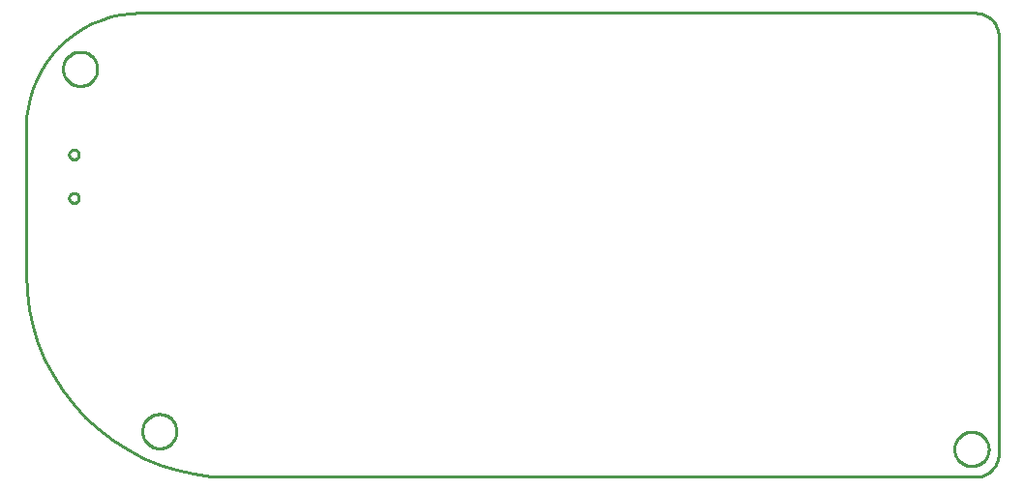
<source format=gbr>
G04 EAGLE Gerber RS-274X export*
G75*
%MOMM*%
%FSLAX34Y34*%
%LPD*%
%IN*%
%IPPOS*%
%AMOC8*
5,1,8,0,0,1.08239X$1,22.5*%
G01*
%ADD10C,0.254000*%


D10*
X0Y177800D02*
X677Y162304D01*
X2701Y146925D01*
X6058Y131782D01*
X10723Y116989D01*
X16658Y102658D01*
X23821Y88900D01*
X32155Y75818D01*
X41597Y63512D01*
X52076Y52076D01*
X63512Y41597D01*
X75818Y32155D01*
X88900Y23821D01*
X102658Y16658D01*
X116989Y10723D01*
X131782Y6058D01*
X146925Y2701D01*
X162304Y677D01*
X177800Y0D01*
X830900Y0D01*
X832643Y76D01*
X834373Y304D01*
X836076Y681D01*
X837740Y1206D01*
X839352Y1874D01*
X840900Y2680D01*
X842372Y3617D01*
X843756Y4679D01*
X845042Y5858D01*
X846221Y7144D01*
X847283Y8528D01*
X848221Y10000D01*
X849026Y11548D01*
X849694Y13160D01*
X850219Y14824D01*
X850596Y16527D01*
X850824Y18257D01*
X850900Y20000D01*
X850900Y386400D01*
X850824Y388143D01*
X850596Y389873D01*
X850219Y391576D01*
X849694Y393240D01*
X849026Y394852D01*
X848221Y396400D01*
X847283Y397872D01*
X846221Y399256D01*
X845042Y400542D01*
X843756Y401721D01*
X842372Y402783D01*
X840900Y403721D01*
X839352Y404526D01*
X837740Y405194D01*
X836076Y405719D01*
X834373Y406096D01*
X832643Y406324D01*
X830900Y406400D01*
X100000Y406400D01*
X91284Y406019D01*
X82635Y404881D01*
X74118Y402993D01*
X65798Y400369D01*
X57738Y397031D01*
X50000Y393003D01*
X42642Y388315D01*
X35721Y383004D01*
X29289Y377111D01*
X23396Y370679D01*
X18085Y363758D01*
X13397Y356400D01*
X9369Y348662D01*
X6031Y340602D01*
X3407Y332282D01*
X1519Y323765D01*
X381Y315116D01*
X0Y306400D01*
X0Y177800D01*
X62421Y356842D02*
X62344Y355774D01*
X62192Y354713D01*
X61964Y353666D01*
X61662Y352638D01*
X61288Y351635D01*
X60843Y350660D01*
X60329Y349720D01*
X59750Y348818D01*
X59108Y347961D01*
X58406Y347151D01*
X57649Y346394D01*
X56839Y345692D01*
X55981Y345050D01*
X55080Y344471D01*
X54140Y343957D01*
X53165Y343512D01*
X52161Y343138D01*
X51133Y342836D01*
X50087Y342608D01*
X49026Y342456D01*
X47957Y342379D01*
X46886Y342379D01*
X45817Y342456D01*
X44757Y342608D01*
X43710Y342836D01*
X42682Y343138D01*
X41678Y343512D01*
X40704Y343957D01*
X39764Y344471D01*
X38862Y345050D01*
X38005Y345692D01*
X37195Y346394D01*
X36437Y347151D01*
X35736Y347961D01*
X35094Y348818D01*
X34514Y349720D01*
X34001Y350660D01*
X33556Y351635D01*
X33182Y352638D01*
X32880Y353666D01*
X32652Y354713D01*
X32500Y355774D01*
X32423Y356842D01*
X32423Y357914D01*
X32500Y358982D01*
X32652Y360043D01*
X32880Y361090D01*
X33182Y362118D01*
X33556Y363121D01*
X34001Y364096D01*
X34514Y365036D01*
X35094Y365938D01*
X35736Y366795D01*
X36437Y367605D01*
X37195Y368362D01*
X38005Y369064D01*
X38862Y369706D01*
X39764Y370285D01*
X40704Y370799D01*
X41678Y371244D01*
X42682Y371618D01*
X43710Y371920D01*
X44757Y372148D01*
X45817Y372300D01*
X46886Y372377D01*
X47957Y372377D01*
X49026Y372300D01*
X50087Y372148D01*
X51133Y371920D01*
X52161Y371618D01*
X53165Y371244D01*
X54140Y370799D01*
X55080Y370285D01*
X55981Y369706D01*
X56839Y369064D01*
X57649Y368362D01*
X58406Y367605D01*
X59108Y366795D01*
X59750Y365938D01*
X60329Y365036D01*
X60843Y364096D01*
X61288Y363121D01*
X61662Y362118D01*
X61964Y361090D01*
X62192Y360043D01*
X62344Y358982D01*
X62421Y357914D01*
X62421Y356842D01*
X842277Y23848D02*
X842200Y22780D01*
X842048Y21719D01*
X841820Y20672D01*
X841518Y19644D01*
X841144Y18641D01*
X840699Y17666D01*
X840185Y16726D01*
X839606Y15824D01*
X838964Y14967D01*
X838262Y14157D01*
X837505Y13400D01*
X836695Y12698D01*
X835838Y12056D01*
X834936Y11477D01*
X833996Y10963D01*
X833021Y10518D01*
X832018Y10144D01*
X830990Y9842D01*
X829943Y9614D01*
X828882Y9462D01*
X827814Y9385D01*
X826742Y9385D01*
X825674Y9462D01*
X824613Y9614D01*
X823566Y9842D01*
X822538Y10144D01*
X821535Y10518D01*
X820560Y10963D01*
X819620Y11477D01*
X818718Y12056D01*
X817861Y12698D01*
X817051Y13400D01*
X816294Y14157D01*
X815592Y14967D01*
X814950Y15824D01*
X814371Y16726D01*
X813857Y17666D01*
X813412Y18641D01*
X813038Y19644D01*
X812736Y20672D01*
X812508Y21719D01*
X812356Y22780D01*
X812279Y23848D01*
X812279Y24920D01*
X812356Y25988D01*
X812508Y27049D01*
X812736Y28096D01*
X813038Y29124D01*
X813412Y30127D01*
X813857Y31102D01*
X814371Y32042D01*
X814950Y32944D01*
X815592Y33801D01*
X816294Y34611D01*
X817051Y35368D01*
X817861Y36070D01*
X818718Y36712D01*
X819620Y37291D01*
X820560Y37805D01*
X821535Y38250D01*
X822538Y38624D01*
X823566Y38926D01*
X824613Y39154D01*
X825674Y39306D01*
X826742Y39383D01*
X827814Y39383D01*
X828882Y39306D01*
X829943Y39154D01*
X830990Y38926D01*
X832018Y38624D01*
X833021Y38250D01*
X833996Y37805D01*
X834936Y37291D01*
X835838Y36712D01*
X836695Y36070D01*
X837505Y35368D01*
X838262Y34611D01*
X838964Y33801D01*
X839606Y32944D01*
X840185Y32042D01*
X840699Y31102D01*
X841144Y30127D01*
X841518Y29124D01*
X841820Y28096D01*
X842048Y27049D01*
X842200Y25988D01*
X842277Y24920D01*
X842277Y23848D01*
X131813Y39469D02*
X131737Y38401D01*
X131584Y37340D01*
X131357Y36293D01*
X131055Y35265D01*
X130680Y34262D01*
X130235Y33287D01*
X129722Y32347D01*
X129143Y31445D01*
X128501Y30588D01*
X127799Y29778D01*
X127042Y29021D01*
X126232Y28319D01*
X125374Y27677D01*
X124473Y27098D01*
X123533Y26584D01*
X122558Y26139D01*
X121554Y25765D01*
X120526Y25463D01*
X119479Y25235D01*
X118419Y25083D01*
X117350Y25006D01*
X116279Y25006D01*
X115210Y25083D01*
X114150Y25235D01*
X113103Y25463D01*
X112075Y25765D01*
X111071Y26139D01*
X110097Y26584D01*
X109156Y27098D01*
X108255Y27677D01*
X107397Y28319D01*
X106588Y29021D01*
X105830Y29778D01*
X105129Y30588D01*
X104487Y31445D01*
X103907Y32347D01*
X103394Y33287D01*
X102949Y34262D01*
X102574Y35265D01*
X102273Y36293D01*
X102045Y37340D01*
X101892Y38401D01*
X101816Y39469D01*
X101816Y40541D01*
X101892Y41609D01*
X102045Y42670D01*
X102273Y43717D01*
X102574Y44745D01*
X102949Y45748D01*
X103394Y46723D01*
X103907Y47663D01*
X104487Y48565D01*
X105129Y49422D01*
X105830Y50232D01*
X106588Y50990D01*
X107397Y51691D01*
X108255Y52333D01*
X109156Y52912D01*
X110097Y53426D01*
X111071Y53871D01*
X112075Y54245D01*
X113103Y54547D01*
X114150Y54775D01*
X115210Y54927D01*
X116279Y55004D01*
X117350Y55004D01*
X118419Y54927D01*
X119479Y54775D01*
X120526Y54547D01*
X121554Y54245D01*
X122558Y53871D01*
X123533Y53426D01*
X124473Y52912D01*
X125374Y52333D01*
X126232Y51691D01*
X127042Y50990D01*
X127799Y50232D01*
X128501Y49422D01*
X129143Y48565D01*
X129722Y47663D01*
X130235Y46723D01*
X130680Y45748D01*
X131055Y44745D01*
X131357Y43717D01*
X131584Y42670D01*
X131737Y41609D01*
X131813Y40541D01*
X131813Y39469D01*
X46265Y282119D02*
X46192Y281567D01*
X46048Y281029D01*
X45835Y280514D01*
X45557Y280032D01*
X45217Y279590D01*
X44823Y279196D01*
X44381Y278857D01*
X43899Y278578D01*
X43384Y278365D01*
X42846Y278221D01*
X42294Y278148D01*
X41737Y278148D01*
X41184Y278221D01*
X40646Y278365D01*
X40131Y278578D01*
X39649Y278857D01*
X39207Y279196D01*
X38813Y279590D01*
X38474Y280032D01*
X38195Y280514D01*
X37982Y281029D01*
X37838Y281567D01*
X37765Y282119D01*
X37765Y282677D01*
X37838Y283229D01*
X37982Y283767D01*
X38195Y284282D01*
X38474Y284764D01*
X38813Y285206D01*
X39207Y285600D01*
X39649Y285939D01*
X40131Y286218D01*
X40646Y286431D01*
X41184Y286575D01*
X41737Y286648D01*
X42294Y286648D01*
X42846Y286575D01*
X43384Y286431D01*
X43899Y286218D01*
X44381Y285939D01*
X44823Y285600D01*
X45217Y285206D01*
X45557Y284764D01*
X45835Y284282D01*
X46048Y283767D01*
X46192Y283229D01*
X46265Y282677D01*
X46265Y282119D01*
X46265Y244119D02*
X46192Y243567D01*
X46048Y243029D01*
X45835Y242514D01*
X45557Y242032D01*
X45217Y241590D01*
X44823Y241196D01*
X44381Y240857D01*
X43899Y240578D01*
X43384Y240365D01*
X42846Y240221D01*
X42294Y240148D01*
X41737Y240148D01*
X41184Y240221D01*
X40646Y240365D01*
X40131Y240578D01*
X39649Y240857D01*
X39207Y241196D01*
X38813Y241590D01*
X38474Y242032D01*
X38195Y242514D01*
X37982Y243029D01*
X37838Y243567D01*
X37765Y244119D01*
X37765Y244677D01*
X37838Y245229D01*
X37982Y245767D01*
X38195Y246282D01*
X38474Y246764D01*
X38813Y247206D01*
X39207Y247600D01*
X39649Y247939D01*
X40131Y248218D01*
X40646Y248431D01*
X41184Y248575D01*
X41737Y248648D01*
X42294Y248648D01*
X42846Y248575D01*
X43384Y248431D01*
X43899Y248218D01*
X44381Y247939D01*
X44823Y247600D01*
X45217Y247206D01*
X45557Y246764D01*
X45835Y246282D01*
X46048Y245767D01*
X46192Y245229D01*
X46265Y244677D01*
X46265Y244119D01*
M02*

</source>
